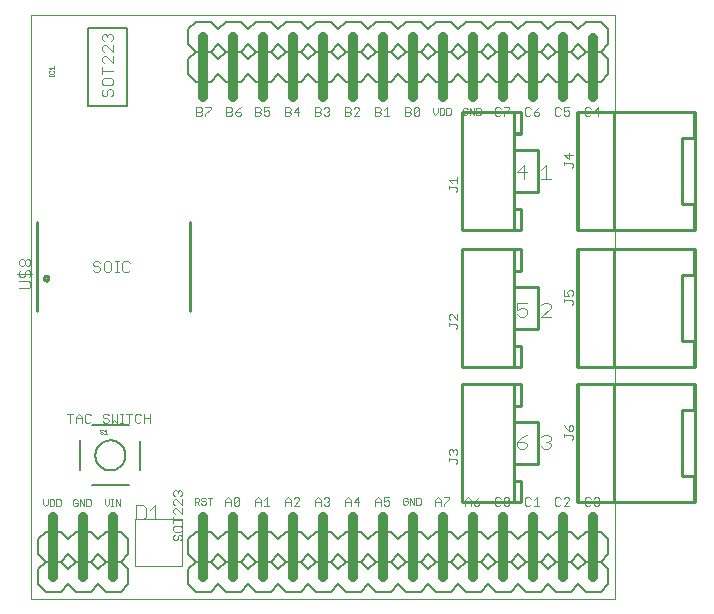
<source format=gto>
G75*
G70*
%OFA0B0*%
%FSLAX24Y24*%
%IPPOS*%
%LPD*%
%AMOC8*
5,1,8,0,0,1.08239X$1,22.5*
%
%ADD10C,0.0000*%
%ADD11C,0.0320*%
%ADD12C,0.0030*%
%ADD13C,0.0020*%
%ADD14C,0.0040*%
%ADD15C,0.0080*%
%ADD16C,0.0100*%
%ADD17C,0.0010*%
%ADD18C,0.0050*%
D10*
X000645Y000806D02*
X000645Y020301D01*
X020130Y020291D01*
X020130Y000806D01*
X000645Y000806D01*
D11*
X001395Y001556D02*
X001395Y003556D01*
X002395Y003556D02*
X002395Y001556D01*
X003395Y001556D02*
X003395Y003556D01*
X006395Y003556D02*
X006395Y001556D01*
X007395Y001556D02*
X007395Y003556D01*
X008395Y003556D02*
X008395Y001556D01*
X009395Y001556D02*
X009395Y003556D01*
X010395Y003556D02*
X010395Y001556D01*
X011395Y001556D02*
X011395Y003556D01*
X012395Y003556D02*
X012395Y001556D01*
X013395Y001556D02*
X013395Y003556D01*
X014395Y003556D02*
X014395Y001556D01*
X015395Y001556D02*
X015395Y003556D01*
X016395Y003556D02*
X016395Y001556D01*
X017395Y001556D02*
X017395Y003556D01*
X018395Y003556D02*
X018395Y001556D01*
X019395Y001556D02*
X019395Y003556D01*
X019395Y017556D02*
X019395Y019506D01*
X018395Y019556D02*
X018395Y017556D01*
X017395Y017556D02*
X017395Y019556D01*
X016395Y019556D02*
X016395Y017556D01*
X015395Y017556D02*
X015395Y019556D01*
X014395Y019556D02*
X014395Y017556D01*
X013395Y017556D02*
X013395Y019556D01*
X012395Y019556D02*
X012395Y017556D01*
X011395Y017556D02*
X011395Y019556D01*
X010395Y019556D02*
X010395Y017556D01*
X009395Y017556D02*
X009395Y019556D01*
X008395Y019556D02*
X008395Y017556D01*
X007395Y017556D02*
X007395Y019556D01*
X006395Y019556D02*
X006395Y017556D01*
D12*
X006455Y017212D02*
X006648Y017212D01*
X006648Y017163D01*
X006455Y016970D01*
X006455Y016921D01*
X006354Y016970D02*
X006305Y016921D01*
X006160Y016921D01*
X006160Y017212D01*
X006305Y017212D01*
X006354Y017163D01*
X006354Y017115D01*
X006305Y017066D01*
X006160Y017066D01*
X006305Y017066D02*
X006354Y017018D01*
X006354Y016970D01*
X007160Y016921D02*
X007305Y016921D01*
X007354Y016970D01*
X007354Y017018D01*
X007305Y017066D01*
X007160Y017066D01*
X007160Y016921D02*
X007160Y017212D01*
X007305Y017212D01*
X007354Y017163D01*
X007354Y017115D01*
X007305Y017066D01*
X007455Y017066D02*
X007551Y017163D01*
X007648Y017212D01*
X007600Y017066D02*
X007455Y017066D01*
X007455Y016970D01*
X007503Y016921D01*
X007600Y016921D01*
X007648Y016970D01*
X007648Y017018D01*
X007600Y017066D01*
X008110Y017066D02*
X008255Y017066D01*
X008304Y017018D01*
X008304Y016970D01*
X008255Y016921D01*
X008110Y016921D01*
X008110Y017212D01*
X008255Y017212D01*
X008304Y017163D01*
X008304Y017115D01*
X008255Y017066D01*
X008405Y017066D02*
X008405Y017212D01*
X008598Y017212D01*
X008550Y017115D02*
X008598Y017066D01*
X008598Y016970D01*
X008550Y016921D01*
X008453Y016921D01*
X008405Y016970D01*
X008405Y017066D02*
X008501Y017115D01*
X008550Y017115D01*
X009110Y017066D02*
X009255Y017066D01*
X009304Y017018D01*
X009304Y016970D01*
X009255Y016921D01*
X009110Y016921D01*
X009110Y017212D01*
X009255Y017212D01*
X009304Y017163D01*
X009304Y017115D01*
X009255Y017066D01*
X009405Y017066D02*
X009598Y017066D01*
X009550Y016921D02*
X009550Y017212D01*
X009405Y017066D01*
X010110Y017066D02*
X010255Y017066D01*
X010304Y017018D01*
X010304Y016970D01*
X010255Y016921D01*
X010110Y016921D01*
X010110Y017212D01*
X010255Y017212D01*
X010304Y017163D01*
X010304Y017115D01*
X010255Y017066D01*
X010405Y016970D02*
X010453Y016921D01*
X010550Y016921D01*
X010598Y016970D01*
X010598Y017018D01*
X010550Y017066D01*
X010501Y017066D01*
X010550Y017066D02*
X010598Y017115D01*
X010598Y017163D01*
X010550Y017212D01*
X010453Y017212D01*
X010405Y017163D01*
X011110Y017212D02*
X011110Y016921D01*
X011255Y016921D01*
X011304Y016970D01*
X011304Y017018D01*
X011255Y017066D01*
X011110Y017066D01*
X011255Y017066D02*
X011304Y017115D01*
X011304Y017163D01*
X011255Y017212D01*
X011110Y017212D01*
X011405Y017163D02*
X011453Y017212D01*
X011550Y017212D01*
X011598Y017163D01*
X011598Y017115D01*
X011405Y016921D01*
X011598Y016921D01*
X012110Y016921D02*
X012255Y016921D01*
X012304Y016970D01*
X012304Y017018D01*
X012255Y017066D01*
X012110Y017066D01*
X012110Y016921D02*
X012110Y017212D01*
X012255Y017212D01*
X012304Y017163D01*
X012304Y017115D01*
X012255Y017066D01*
X012405Y017115D02*
X012501Y017212D01*
X012501Y016921D01*
X012405Y016921D02*
X012598Y016921D01*
X013110Y016921D02*
X013255Y016921D01*
X013304Y016970D01*
X013304Y017018D01*
X013255Y017066D01*
X013110Y017066D01*
X013110Y016921D02*
X013110Y017212D01*
X013255Y017212D01*
X013304Y017163D01*
X013304Y017115D01*
X013255Y017066D01*
X013405Y016970D02*
X013405Y017163D01*
X013453Y017212D01*
X013550Y017212D01*
X013598Y017163D01*
X013405Y016970D01*
X013453Y016921D01*
X013550Y016921D01*
X013598Y016970D01*
X013598Y017163D01*
X016110Y017163D02*
X016110Y016970D01*
X016158Y016921D01*
X016255Y016921D01*
X016304Y016970D01*
X016405Y016970D02*
X016405Y016921D01*
X016405Y016970D02*
X016598Y017163D01*
X016598Y017212D01*
X016405Y017212D01*
X016304Y017163D02*
X016255Y017212D01*
X016158Y017212D01*
X016110Y017163D01*
X017110Y017163D02*
X017110Y016970D01*
X017158Y016921D01*
X017255Y016921D01*
X017304Y016970D01*
X017405Y016970D02*
X017453Y016921D01*
X017550Y016921D01*
X017598Y016970D01*
X017598Y017018D01*
X017550Y017066D01*
X017405Y017066D01*
X017405Y016970D01*
X017405Y017066D02*
X017501Y017163D01*
X017598Y017212D01*
X017304Y017163D02*
X017255Y017212D01*
X017158Y017212D01*
X017110Y017163D01*
X018110Y017163D02*
X018110Y016970D01*
X018158Y016921D01*
X018255Y016921D01*
X018304Y016970D01*
X018405Y016970D02*
X018453Y016921D01*
X018550Y016921D01*
X018598Y016970D01*
X018598Y017066D01*
X018550Y017115D01*
X018501Y017115D01*
X018405Y017066D01*
X018405Y017212D01*
X018598Y017212D01*
X018304Y017163D02*
X018255Y017212D01*
X018158Y017212D01*
X018110Y017163D01*
X019110Y017163D02*
X019110Y016970D01*
X019158Y016921D01*
X019255Y016921D01*
X019304Y016970D01*
X019405Y017066D02*
X019598Y017066D01*
X019550Y016921D02*
X019550Y017212D01*
X019405Y017066D01*
X019304Y017163D02*
X019255Y017212D01*
X019158Y017212D01*
X019110Y017163D01*
X018574Y015684D02*
X018574Y015490D01*
X018429Y015635D01*
X018719Y015635D01*
X018671Y015341D02*
X018429Y015341D01*
X018429Y015389D02*
X018429Y015292D01*
X018671Y015341D02*
X018719Y015292D01*
X018719Y015244D01*
X018671Y015196D01*
X014864Y014886D02*
X014864Y014692D01*
X014864Y014789D02*
X014574Y014789D01*
X014670Y014692D01*
X014574Y014591D02*
X014574Y014494D01*
X014574Y014543D02*
X014816Y014543D01*
X014864Y014494D01*
X014864Y014446D01*
X014816Y014398D01*
X018429Y011114D02*
X018429Y010920D01*
X018574Y010920D01*
X018525Y011017D01*
X018525Y011065D01*
X018574Y011114D01*
X018671Y011114D01*
X018719Y011065D01*
X018719Y010969D01*
X018671Y010920D01*
X018671Y010771D02*
X018429Y010771D01*
X018429Y010819D02*
X018429Y010722D01*
X018671Y010771D02*
X018719Y010722D01*
X018719Y010674D01*
X018671Y010626D01*
X014864Y010316D02*
X014864Y010122D01*
X014670Y010316D01*
X014622Y010316D01*
X014574Y010267D01*
X014574Y010171D01*
X014622Y010122D01*
X014574Y010021D02*
X014574Y009924D01*
X014574Y009973D02*
X014816Y009973D01*
X014864Y009924D01*
X014864Y009876D01*
X014816Y009828D01*
X018429Y006614D02*
X018477Y006517D01*
X018574Y006420D01*
X018574Y006565D01*
X018622Y006614D01*
X018671Y006614D01*
X018719Y006565D01*
X018719Y006469D01*
X018671Y006420D01*
X018574Y006420D01*
X018429Y006319D02*
X018429Y006222D01*
X018429Y006271D02*
X018671Y006271D01*
X018719Y006222D01*
X018719Y006174D01*
X018671Y006126D01*
X018550Y004212D02*
X018453Y004212D01*
X018405Y004163D01*
X018304Y004163D02*
X018255Y004212D01*
X018158Y004212D01*
X018110Y004163D01*
X018110Y003970D01*
X018158Y003921D01*
X018255Y003921D01*
X018304Y003970D01*
X018405Y003921D02*
X018598Y004115D01*
X018598Y004163D01*
X018550Y004212D01*
X018598Y003921D02*
X018405Y003921D01*
X019110Y003970D02*
X019158Y003921D01*
X019255Y003921D01*
X019304Y003970D01*
X019405Y003970D02*
X019453Y003921D01*
X019550Y003921D01*
X019598Y003970D01*
X019598Y004018D01*
X019550Y004066D01*
X019501Y004066D01*
X019550Y004066D02*
X019598Y004115D01*
X019598Y004163D01*
X019550Y004212D01*
X019453Y004212D01*
X019405Y004163D01*
X019304Y004163D02*
X019255Y004212D01*
X019158Y004212D01*
X019110Y004163D01*
X019110Y003970D01*
X017598Y003921D02*
X017405Y003921D01*
X017501Y003921D02*
X017501Y004212D01*
X017405Y004115D01*
X017304Y004163D02*
X017255Y004212D01*
X017158Y004212D01*
X017110Y004163D01*
X017110Y003970D01*
X017158Y003921D01*
X017255Y003921D01*
X017304Y003970D01*
X016598Y003970D02*
X016550Y003921D01*
X016453Y003921D01*
X016405Y003970D01*
X016598Y004163D01*
X016598Y003970D01*
X016598Y004163D02*
X016550Y004212D01*
X016453Y004212D01*
X016405Y004163D01*
X016405Y003970D01*
X016304Y003970D02*
X016255Y003921D01*
X016158Y003921D01*
X016110Y003970D01*
X016110Y004163D01*
X016158Y004212D01*
X016255Y004212D01*
X016304Y004163D01*
X015598Y004212D02*
X015501Y004163D01*
X015405Y004066D01*
X015550Y004066D01*
X015598Y004018D01*
X015598Y003970D01*
X015550Y003921D01*
X015453Y003921D01*
X015405Y003970D01*
X015405Y004066D01*
X015304Y004066D02*
X015110Y004066D01*
X015110Y004115D02*
X015207Y004212D01*
X015304Y004115D01*
X015304Y003921D01*
X015110Y003921D02*
X015110Y004115D01*
X014598Y004163D02*
X014405Y003970D01*
X014405Y003921D01*
X014304Y003921D02*
X014304Y004115D01*
X014207Y004212D01*
X014110Y004115D01*
X014110Y003921D01*
X014110Y004066D02*
X014304Y004066D01*
X014405Y004212D02*
X014598Y004212D01*
X014598Y004163D01*
X014816Y005328D02*
X014864Y005376D01*
X014864Y005424D01*
X014816Y005473D01*
X014574Y005473D01*
X014574Y005521D02*
X014574Y005424D01*
X014622Y005622D02*
X014574Y005671D01*
X014574Y005767D01*
X014622Y005816D01*
X014670Y005816D01*
X014719Y005767D01*
X014767Y005816D01*
X014816Y005816D01*
X014864Y005767D01*
X014864Y005671D01*
X014816Y005622D01*
X014719Y005719D02*
X014719Y005767D01*
X012598Y004212D02*
X012405Y004212D01*
X012405Y004066D01*
X012501Y004115D01*
X012550Y004115D01*
X012598Y004066D01*
X012598Y003970D01*
X012550Y003921D01*
X012453Y003921D01*
X012405Y003970D01*
X012304Y003921D02*
X012304Y004115D01*
X012207Y004212D01*
X012110Y004115D01*
X012110Y003921D01*
X012110Y004066D02*
X012304Y004066D01*
X011598Y004066D02*
X011405Y004066D01*
X011550Y004212D01*
X011550Y003921D01*
X011304Y003921D02*
X011304Y004115D01*
X011207Y004212D01*
X011110Y004115D01*
X011110Y003921D01*
X011110Y004066D02*
X011304Y004066D01*
X010598Y004018D02*
X010598Y003970D01*
X010550Y003921D01*
X010453Y003921D01*
X010405Y003970D01*
X010304Y003921D02*
X010304Y004115D01*
X010207Y004212D01*
X010110Y004115D01*
X010110Y003921D01*
X010110Y004066D02*
X010304Y004066D01*
X010405Y004163D02*
X010453Y004212D01*
X010550Y004212D01*
X010598Y004163D01*
X010598Y004115D01*
X010550Y004066D01*
X010598Y004018D01*
X010550Y004066D02*
X010501Y004066D01*
X009598Y004115D02*
X009598Y004163D01*
X009550Y004212D01*
X009453Y004212D01*
X009405Y004163D01*
X009304Y004115D02*
X009304Y003921D01*
X009405Y003921D02*
X009598Y004115D01*
X009598Y003921D02*
X009405Y003921D01*
X009304Y004066D02*
X009110Y004066D01*
X009110Y004115D02*
X009207Y004212D01*
X009304Y004115D01*
X009110Y004115D02*
X009110Y003921D01*
X008598Y003921D02*
X008405Y003921D01*
X008501Y003921D02*
X008501Y004212D01*
X008405Y004115D01*
X008304Y004115D02*
X008304Y003921D01*
X008304Y004066D02*
X008110Y004066D01*
X008110Y004115D02*
X008207Y004212D01*
X008304Y004115D01*
X008110Y004115D02*
X008110Y003921D01*
X007598Y003970D02*
X007550Y003921D01*
X007453Y003921D01*
X007405Y003970D01*
X007598Y004163D01*
X007598Y003970D01*
X007598Y004163D02*
X007550Y004212D01*
X007453Y004212D01*
X007405Y004163D01*
X007405Y003970D01*
X007304Y003921D02*
X007304Y004115D01*
X007207Y004212D01*
X007110Y004115D01*
X007110Y003921D01*
X007110Y004066D02*
X007304Y004066D01*
X005680Y004143D02*
X005680Y003950D01*
X005487Y004143D01*
X005438Y004143D01*
X005390Y004095D01*
X005390Y003998D01*
X005438Y003950D01*
X005438Y003849D02*
X005390Y003800D01*
X005390Y003704D01*
X005438Y003655D01*
X005390Y003554D02*
X005390Y003361D01*
X005390Y003457D02*
X005680Y003457D01*
X005680Y003655D02*
X005487Y003849D01*
X005438Y003849D01*
X005680Y003849D02*
X005680Y003655D01*
X005632Y003259D02*
X005438Y003259D01*
X005390Y003211D01*
X005390Y003114D01*
X005438Y003066D01*
X005632Y003066D01*
X005680Y003114D01*
X005680Y003211D01*
X005632Y003259D01*
X005632Y002965D02*
X005680Y002916D01*
X005680Y002820D01*
X005632Y002771D01*
X005535Y002820D02*
X005535Y002916D01*
X005583Y002965D01*
X005632Y002965D01*
X005535Y002820D02*
X005487Y002771D01*
X005438Y002771D01*
X005390Y002820D01*
X005390Y002916D01*
X005438Y002965D01*
X005438Y004245D02*
X005390Y004293D01*
X005390Y004390D01*
X005438Y004438D01*
X005487Y004438D01*
X005535Y004390D01*
X005583Y004438D01*
X005632Y004438D01*
X005680Y004390D01*
X005680Y004293D01*
X005632Y004245D01*
X005535Y004341D02*
X005535Y004390D01*
X004609Y006701D02*
X004609Y006992D01*
X004609Y006846D02*
X004415Y006846D01*
X004314Y006750D02*
X004266Y006701D01*
X004169Y006701D01*
X004121Y006750D01*
X004121Y006943D01*
X004169Y006992D01*
X004266Y006992D01*
X004314Y006943D01*
X004415Y006992D02*
X004415Y006701D01*
X004020Y006992D02*
X003826Y006992D01*
X003923Y006992D02*
X003923Y006701D01*
X003726Y006701D02*
X003630Y006701D01*
X003678Y006701D02*
X003678Y006992D01*
X003630Y006992D02*
X003726Y006992D01*
X003528Y006992D02*
X003528Y006701D01*
X003432Y006798D01*
X003335Y006701D01*
X003335Y006992D01*
X003234Y006943D02*
X003185Y006992D01*
X003089Y006992D01*
X003040Y006943D01*
X003040Y006895D01*
X003089Y006846D01*
X003185Y006846D01*
X003234Y006798D01*
X003234Y006750D01*
X003185Y006701D01*
X003089Y006701D01*
X003040Y006750D01*
X002645Y006750D02*
X002596Y006701D01*
X002499Y006701D01*
X002451Y006750D01*
X002451Y006943D01*
X002499Y006992D01*
X002596Y006992D01*
X002645Y006943D01*
X002350Y006895D02*
X002350Y006701D01*
X002350Y006846D02*
X002156Y006846D01*
X002156Y006895D02*
X002253Y006992D01*
X002350Y006895D01*
X002156Y006895D02*
X002156Y006701D01*
X001959Y006701D02*
X001959Y006992D01*
X002055Y006992D02*
X001862Y006992D01*
X000568Y011171D02*
X000260Y011171D01*
X000568Y011171D02*
X000630Y011233D01*
X000630Y011356D01*
X000568Y011418D01*
X000260Y011418D01*
X000321Y011540D02*
X000260Y011601D01*
X000260Y011725D01*
X000321Y011786D01*
X000321Y011908D02*
X000383Y011908D01*
X000445Y011970D01*
X000445Y012093D01*
X000507Y012155D01*
X000568Y012155D01*
X000630Y012093D01*
X000630Y011970D01*
X000568Y011908D01*
X000507Y011908D01*
X000445Y011970D01*
X000445Y012093D02*
X000383Y012155D01*
X000321Y012155D01*
X000260Y012093D01*
X000260Y011970D01*
X000321Y011908D01*
X000445Y011725D02*
X000445Y011601D01*
X000383Y011540D01*
X000321Y011540D01*
X000198Y011663D02*
X000692Y011663D01*
X000630Y011601D02*
X000630Y011725D01*
X000568Y011786D01*
X000507Y011786D01*
X000445Y011725D01*
X000568Y011540D02*
X000630Y011601D01*
X002710Y011783D02*
X002772Y011721D01*
X002895Y011721D01*
X002957Y011783D01*
X002957Y011845D01*
X002895Y011906D01*
X002772Y011906D01*
X002710Y011968D01*
X002710Y012030D01*
X002772Y012092D01*
X002895Y012092D01*
X002957Y012030D01*
X003078Y012030D02*
X003078Y011783D01*
X003140Y011721D01*
X003264Y011721D01*
X003325Y011783D01*
X003325Y012030D01*
X003264Y012092D01*
X003140Y012092D01*
X003078Y012030D01*
X003447Y012092D02*
X003570Y012092D01*
X003508Y012092D02*
X003508Y011721D01*
X003447Y011721D02*
X003570Y011721D01*
X003692Y011783D02*
X003692Y012030D01*
X003754Y012092D01*
X003877Y012092D01*
X003939Y012030D01*
X003939Y011783D02*
X003877Y011721D01*
X003754Y011721D01*
X003692Y011783D01*
X003318Y017571D02*
X003380Y017633D01*
X003380Y017756D01*
X003318Y017818D01*
X003257Y017818D01*
X003195Y017756D01*
X003195Y017633D01*
X003133Y017571D01*
X003071Y017571D01*
X003010Y017633D01*
X003010Y017756D01*
X003071Y017818D01*
X003071Y017940D02*
X003318Y017940D01*
X003380Y018001D01*
X003380Y018125D01*
X003318Y018186D01*
X003071Y018186D01*
X003010Y018125D01*
X003010Y018001D01*
X003071Y017940D01*
X003010Y018308D02*
X003010Y018555D01*
X003010Y018431D02*
X003380Y018431D01*
X003380Y018676D02*
X003133Y018923D01*
X003071Y018923D01*
X003010Y018861D01*
X003010Y018738D01*
X003071Y018676D01*
X003380Y018676D02*
X003380Y018923D01*
X003380Y019045D02*
X003133Y019291D01*
X003071Y019291D01*
X003010Y019230D01*
X003010Y019106D01*
X003071Y019045D01*
X003380Y019045D02*
X003380Y019291D01*
X003318Y019413D02*
X003380Y019475D01*
X003380Y019598D01*
X003318Y019660D01*
X003257Y019660D01*
X003195Y019598D01*
X003195Y019536D01*
X003195Y019598D02*
X003133Y019660D01*
X003071Y019660D01*
X003010Y019598D01*
X003010Y019475D01*
X003071Y019413D01*
D13*
X014055Y017186D02*
X014055Y017040D01*
X014128Y016966D01*
X014202Y017040D01*
X014202Y017186D01*
X014276Y017186D02*
X014276Y016966D01*
X014386Y016966D01*
X014423Y017003D01*
X014423Y017150D01*
X014386Y017186D01*
X014276Y017186D01*
X014497Y017186D02*
X014497Y016966D01*
X014607Y016966D01*
X014644Y017003D01*
X014644Y017150D01*
X014607Y017186D01*
X014497Y017186D01*
X015055Y017150D02*
X015055Y017003D01*
X015092Y016966D01*
X015165Y016966D01*
X015202Y017003D01*
X015202Y017076D01*
X015128Y017076D01*
X015055Y017150D02*
X015092Y017186D01*
X015165Y017186D01*
X015202Y017150D01*
X015276Y017186D02*
X015423Y016966D01*
X015423Y017186D01*
X015497Y017186D02*
X015607Y017186D01*
X015644Y017150D01*
X015644Y017003D01*
X015607Y016966D01*
X015497Y016966D01*
X015497Y017186D01*
X015276Y017186D02*
X015276Y016966D01*
X013607Y004186D02*
X013497Y004186D01*
X013497Y003966D01*
X013607Y003966D01*
X013644Y004003D01*
X013644Y004150D01*
X013607Y004186D01*
X013423Y004186D02*
X013423Y003966D01*
X013276Y004186D01*
X013276Y003966D01*
X013202Y004003D02*
X013202Y004076D01*
X013128Y004076D01*
X013055Y004003D02*
X013092Y003966D01*
X013165Y003966D01*
X013202Y004003D01*
X013202Y004150D02*
X013165Y004186D01*
X013092Y004186D01*
X013055Y004150D01*
X013055Y004003D01*
X006694Y004186D02*
X006547Y004186D01*
X006620Y004186D02*
X006620Y003966D01*
X006473Y004003D02*
X006436Y003966D01*
X006363Y003966D01*
X006326Y004003D01*
X006363Y004076D02*
X006436Y004076D01*
X006473Y004040D01*
X006473Y004003D01*
X006363Y004076D02*
X006326Y004113D01*
X006326Y004150D01*
X006363Y004186D01*
X006436Y004186D01*
X006473Y004150D01*
X006252Y004150D02*
X006252Y004076D01*
X006215Y004040D01*
X006105Y004040D01*
X006178Y004040D02*
X006252Y003966D01*
X006105Y003966D02*
X006105Y004186D01*
X006215Y004186D01*
X006252Y004150D01*
X005672Y003487D02*
X005672Y001926D01*
X004118Y001926D01*
X004118Y003487D01*
X005672Y003487D01*
X003620Y003916D02*
X003620Y004136D01*
X003473Y004136D02*
X003620Y003916D01*
X003473Y003916D02*
X003473Y004136D01*
X003399Y004136D02*
X003326Y004136D01*
X003363Y004136D02*
X003363Y003916D01*
X003399Y003916D02*
X003326Y003916D01*
X003252Y003990D02*
X003252Y004136D01*
X003252Y003990D02*
X003178Y003916D01*
X003105Y003990D01*
X003105Y004136D01*
X002644Y004100D02*
X002644Y003953D01*
X002607Y003916D01*
X002497Y003916D01*
X002497Y004136D01*
X002607Y004136D01*
X002644Y004100D01*
X002423Y004136D02*
X002423Y003916D01*
X002276Y004136D01*
X002276Y003916D01*
X002202Y003953D02*
X002202Y004026D01*
X002128Y004026D01*
X002055Y003953D02*
X002092Y003916D01*
X002165Y003916D01*
X002202Y003953D01*
X002202Y004100D02*
X002165Y004136D01*
X002092Y004136D01*
X002055Y004100D01*
X002055Y003953D01*
X001644Y003953D02*
X001644Y004100D01*
X001607Y004136D01*
X001497Y004136D01*
X001497Y003916D01*
X001607Y003916D01*
X001644Y003953D01*
X001423Y003953D02*
X001423Y004100D01*
X001386Y004136D01*
X001276Y004136D01*
X001276Y003916D01*
X001386Y003916D01*
X001423Y003953D01*
X001202Y003990D02*
X001202Y004136D01*
X001202Y003990D02*
X001128Y003916D01*
X001055Y003990D01*
X001055Y004136D01*
D14*
X004165Y003937D02*
X004165Y003476D01*
X004395Y003476D01*
X004472Y003553D01*
X004472Y003860D01*
X004395Y003937D01*
X004165Y003937D01*
X004625Y003783D02*
X004779Y003937D01*
X004779Y003476D01*
X004932Y003476D02*
X004625Y003476D01*
X016865Y005903D02*
X016942Y005826D01*
X017095Y005826D01*
X017172Y005903D01*
X017172Y005980D01*
X017095Y006056D01*
X016865Y006056D01*
X016865Y005903D01*
X016865Y006056D02*
X017018Y006210D01*
X017172Y006287D01*
X017665Y006210D02*
X017742Y006287D01*
X017895Y006287D01*
X017972Y006210D01*
X017972Y006133D01*
X017895Y006056D01*
X017972Y005980D01*
X017972Y005903D01*
X017895Y005826D01*
X017742Y005826D01*
X017665Y005903D01*
X017818Y006056D02*
X017895Y006056D01*
X017972Y010226D02*
X017665Y010226D01*
X017972Y010533D01*
X017972Y010610D01*
X017895Y010687D01*
X017742Y010687D01*
X017665Y010610D01*
X017172Y010687D02*
X016865Y010687D01*
X016865Y010456D01*
X017018Y010533D01*
X017095Y010533D01*
X017172Y010456D01*
X017172Y010303D01*
X017095Y010226D01*
X016942Y010226D01*
X016865Y010303D01*
X017095Y014826D02*
X017095Y015287D01*
X016865Y015056D01*
X017172Y015056D01*
X017665Y015133D02*
X017818Y015287D01*
X017818Y014826D01*
X017665Y014826D02*
X017972Y014826D01*
D15*
X018145Y018056D02*
X017895Y018306D01*
X017645Y018056D01*
X017145Y018056D01*
X016895Y018306D01*
X016645Y018056D01*
X016145Y018056D01*
X015895Y018306D01*
X015645Y018056D01*
X015145Y018056D01*
X014895Y018306D01*
X014645Y018056D01*
X014145Y018056D01*
X013895Y018306D01*
X013645Y018056D01*
X013145Y018056D01*
X012895Y018306D01*
X012645Y018056D01*
X012145Y018056D01*
X011895Y018306D01*
X011645Y018056D01*
X011145Y018056D01*
X010895Y018306D01*
X010645Y018056D01*
X010145Y018056D01*
X009895Y018306D01*
X009645Y018056D01*
X009145Y018056D01*
X008895Y018306D01*
X008645Y018056D01*
X008145Y018056D01*
X007895Y018306D01*
X007645Y018056D01*
X007145Y018056D01*
X006895Y018306D01*
X006645Y018056D01*
X006145Y018056D01*
X005895Y018306D01*
X005895Y018806D01*
X006145Y019056D01*
X006645Y019056D01*
X006895Y018806D01*
X007145Y019056D01*
X007645Y019056D01*
X007895Y018806D01*
X008145Y019056D01*
X008645Y019056D01*
X008895Y018806D01*
X009145Y019056D01*
X009645Y019056D01*
X009895Y018806D01*
X010145Y019056D01*
X010645Y019056D01*
X010895Y018806D01*
X011145Y019056D01*
X011645Y019056D01*
X011895Y018806D01*
X012145Y019056D01*
X012645Y019056D01*
X012895Y018806D01*
X013145Y019056D01*
X013645Y019056D01*
X013895Y018806D01*
X014145Y019056D01*
X014645Y019056D01*
X014895Y018806D01*
X015145Y019056D01*
X015645Y019056D01*
X015895Y018806D01*
X016145Y019056D01*
X016645Y019056D01*
X016895Y018806D01*
X017145Y019056D01*
X017645Y019056D01*
X017895Y018806D01*
X018145Y019056D01*
X018645Y019056D01*
X018895Y018806D01*
X019145Y019056D01*
X019645Y019056D01*
X019895Y018806D01*
X019895Y018306D01*
X019645Y018056D01*
X019145Y018056D01*
X018895Y018306D01*
X018645Y018056D01*
X018145Y018056D01*
X018145Y019056D02*
X017895Y019306D01*
X017645Y019056D01*
X017145Y019056D01*
X016895Y019306D01*
X016645Y019056D01*
X016145Y019056D01*
X015895Y019306D01*
X015645Y019056D01*
X015145Y019056D01*
X014895Y019306D01*
X014645Y019056D01*
X014145Y019056D01*
X013895Y019306D01*
X013645Y019056D01*
X013145Y019056D01*
X012895Y019306D01*
X012645Y019056D01*
X012145Y019056D01*
X011895Y019306D01*
X011645Y019056D01*
X011145Y019056D01*
X010895Y019306D01*
X010645Y019056D01*
X010145Y019056D01*
X009895Y019306D01*
X009645Y019056D01*
X009145Y019056D01*
X008895Y019306D01*
X008645Y019056D01*
X008145Y019056D01*
X007895Y019306D01*
X007645Y019056D01*
X007145Y019056D01*
X006895Y019306D01*
X006645Y019056D01*
X006145Y019056D01*
X005895Y019306D01*
X005895Y019806D01*
X006145Y020056D01*
X006645Y020056D01*
X006895Y019806D01*
X007145Y020056D01*
X007645Y020056D01*
X007895Y019806D01*
X008145Y020056D01*
X008645Y020056D01*
X008895Y019806D01*
X009145Y020056D01*
X009645Y020056D01*
X009895Y019806D01*
X010145Y020056D01*
X010645Y020056D01*
X010895Y019806D01*
X011145Y020056D01*
X011645Y020056D01*
X011895Y019806D01*
X012145Y020056D01*
X012645Y020056D01*
X012895Y019806D01*
X013145Y020056D01*
X013645Y020056D01*
X013895Y019806D01*
X014145Y020056D01*
X014645Y020056D01*
X014895Y019806D01*
X015145Y020056D01*
X015645Y020056D01*
X015895Y019806D01*
X016145Y020056D01*
X016645Y020056D01*
X016895Y019806D01*
X017145Y020056D01*
X017645Y020056D01*
X017895Y019806D01*
X018145Y020056D01*
X018645Y020056D01*
X018895Y019806D01*
X019145Y020056D01*
X019645Y020056D01*
X019895Y019806D01*
X019895Y019306D01*
X019645Y019056D01*
X019145Y019056D01*
X018895Y019306D01*
X018645Y019056D01*
X018145Y019056D01*
X003901Y006606D02*
X002689Y006606D01*
X002295Y006106D02*
X002295Y005118D01*
X002689Y004606D02*
X003901Y004606D01*
X004295Y005118D02*
X004295Y006094D01*
X002795Y005606D02*
X002797Y005650D01*
X002803Y005694D01*
X002813Y005737D01*
X002826Y005779D01*
X002843Y005820D01*
X002864Y005859D01*
X002888Y005896D01*
X002915Y005931D01*
X002945Y005963D01*
X002978Y005993D01*
X003014Y006019D01*
X003051Y006043D01*
X003091Y006062D01*
X003132Y006079D01*
X003175Y006091D01*
X003218Y006100D01*
X003262Y006105D01*
X003306Y006106D01*
X003350Y006103D01*
X003394Y006096D01*
X003437Y006085D01*
X003479Y006071D01*
X003519Y006053D01*
X003558Y006031D01*
X003594Y006007D01*
X003628Y005979D01*
X003660Y005948D01*
X003689Y005914D01*
X003715Y005878D01*
X003737Y005840D01*
X003756Y005800D01*
X003771Y005758D01*
X003783Y005716D01*
X003791Y005672D01*
X003795Y005628D01*
X003795Y005584D01*
X003791Y005540D01*
X003783Y005496D01*
X003771Y005454D01*
X003756Y005412D01*
X003737Y005372D01*
X003715Y005334D01*
X003689Y005298D01*
X003660Y005264D01*
X003628Y005233D01*
X003594Y005205D01*
X003558Y005181D01*
X003519Y005159D01*
X003479Y005141D01*
X003437Y005127D01*
X003394Y005116D01*
X003350Y005109D01*
X003306Y005106D01*
X003262Y005107D01*
X003218Y005112D01*
X003175Y005121D01*
X003132Y005133D01*
X003091Y005150D01*
X003051Y005169D01*
X003014Y005193D01*
X002978Y005219D01*
X002945Y005249D01*
X002915Y005281D01*
X002888Y005316D01*
X002864Y005353D01*
X002843Y005392D01*
X002826Y005433D01*
X002813Y005475D01*
X002803Y005518D01*
X002797Y005562D01*
X002795Y005606D01*
X002645Y003056D02*
X002145Y003056D01*
X001895Y002806D01*
X001645Y003056D01*
X001145Y003056D01*
X000895Y002806D01*
X000895Y002306D01*
X001145Y002056D01*
X001645Y002056D01*
X001895Y002306D01*
X002145Y002056D01*
X002645Y002056D01*
X002895Y002306D01*
X003145Y002056D01*
X003645Y002056D01*
X003895Y002306D01*
X003895Y002806D01*
X003645Y003056D01*
X003145Y003056D01*
X002895Y002806D01*
X002645Y003056D01*
X002645Y002056D02*
X002145Y002056D01*
X001895Y001806D01*
X001645Y002056D01*
X001145Y002056D01*
X000895Y001806D01*
X000895Y001306D01*
X001145Y001056D01*
X001645Y001056D01*
X001895Y001306D01*
X002145Y001056D01*
X002645Y001056D01*
X002895Y001306D01*
X003145Y001056D01*
X003645Y001056D01*
X003895Y001306D01*
X003895Y001806D01*
X003645Y002056D01*
X003145Y002056D01*
X002895Y001806D01*
X002645Y002056D01*
X005895Y001806D02*
X005895Y001306D01*
X006145Y001056D01*
X006645Y001056D01*
X006895Y001306D01*
X007145Y001056D01*
X007645Y001056D01*
X007895Y001306D01*
X008145Y001056D01*
X008645Y001056D01*
X008895Y001306D01*
X009145Y001056D01*
X009645Y001056D01*
X009895Y001306D01*
X010145Y001056D01*
X010645Y001056D01*
X010895Y001306D01*
X011145Y001056D01*
X011645Y001056D01*
X011895Y001306D01*
X012145Y001056D01*
X012645Y001056D01*
X012895Y001306D01*
X013145Y001056D01*
X013645Y001056D01*
X013895Y001306D01*
X014145Y001056D01*
X014645Y001056D01*
X014895Y001306D01*
X015145Y001056D01*
X015645Y001056D01*
X015895Y001306D01*
X016145Y001056D01*
X016645Y001056D01*
X016895Y001306D01*
X017145Y001056D01*
X017645Y001056D01*
X017895Y001306D01*
X018145Y001056D01*
X018645Y001056D01*
X018895Y001306D01*
X019145Y001056D01*
X019645Y001056D01*
X019895Y001306D01*
X019895Y001806D01*
X019645Y002056D01*
X019145Y002056D01*
X018895Y001806D01*
X018645Y002056D01*
X018145Y002056D01*
X017895Y001806D01*
X017645Y002056D01*
X017145Y002056D01*
X016895Y001806D01*
X016645Y002056D01*
X016145Y002056D01*
X015895Y001806D01*
X015645Y002056D01*
X015145Y002056D01*
X014895Y001806D01*
X014645Y002056D01*
X014145Y002056D01*
X013895Y001806D01*
X013645Y002056D01*
X013145Y002056D01*
X012895Y001806D01*
X012645Y002056D01*
X012145Y002056D01*
X011895Y001806D01*
X011645Y002056D01*
X011145Y002056D01*
X010895Y001806D01*
X010645Y002056D01*
X010145Y002056D01*
X009895Y001806D01*
X009645Y002056D01*
X009145Y002056D01*
X008895Y001806D01*
X008645Y002056D01*
X008145Y002056D01*
X007895Y001806D01*
X007645Y002056D01*
X007145Y002056D01*
X006895Y001806D01*
X006645Y002056D01*
X006145Y002056D01*
X005895Y001806D01*
X006145Y002056D02*
X006645Y002056D01*
X006895Y002306D01*
X007145Y002056D01*
X007645Y002056D01*
X007895Y002306D01*
X008145Y002056D01*
X008645Y002056D01*
X008895Y002306D01*
X009145Y002056D01*
X009645Y002056D01*
X009895Y002306D01*
X010145Y002056D01*
X010645Y002056D01*
X010895Y002306D01*
X011145Y002056D01*
X011645Y002056D01*
X011895Y002306D01*
X012145Y002056D01*
X012645Y002056D01*
X012895Y002306D01*
X013145Y002056D01*
X013645Y002056D01*
X013895Y002306D01*
X014145Y002056D01*
X014645Y002056D01*
X014895Y002306D01*
X015145Y002056D01*
X015645Y002056D01*
X015895Y002306D01*
X016145Y002056D01*
X016645Y002056D01*
X016895Y002306D01*
X017145Y002056D01*
X017645Y002056D01*
X017895Y002306D01*
X018145Y002056D01*
X018645Y002056D01*
X018895Y002306D01*
X019145Y002056D01*
X019645Y002056D01*
X019895Y002306D01*
X019895Y002806D01*
X019645Y003056D01*
X019145Y003056D01*
X018895Y002806D01*
X018645Y003056D01*
X018145Y003056D01*
X017895Y002806D01*
X017645Y003056D01*
X017145Y003056D01*
X016895Y002806D01*
X016645Y003056D01*
X016145Y003056D01*
X015895Y002806D01*
X015645Y003056D01*
X015145Y003056D01*
X014895Y002806D01*
X014645Y003056D01*
X014145Y003056D01*
X013895Y002806D01*
X013645Y003056D01*
X013145Y003056D01*
X012895Y002806D01*
X012645Y003056D01*
X012145Y003056D01*
X011895Y002806D01*
X011645Y003056D01*
X011145Y003056D01*
X010895Y002806D01*
X010645Y003056D01*
X010145Y003056D01*
X009895Y002806D01*
X009645Y003056D01*
X009145Y003056D01*
X008895Y002806D01*
X008645Y003056D01*
X008145Y003056D01*
X007895Y002806D01*
X007645Y003056D01*
X007145Y003056D01*
X006895Y002806D01*
X006645Y003056D01*
X006145Y003056D01*
X005895Y002806D01*
X005895Y002306D01*
X006145Y002056D01*
X003845Y017266D02*
X002545Y017266D01*
X002545Y019846D01*
X003845Y019846D01*
X003845Y017266D01*
D16*
X005954Y013383D02*
X005954Y010430D01*
X001072Y011513D02*
X001074Y011531D01*
X001080Y011547D01*
X001089Y011562D01*
X001102Y011575D01*
X001117Y011584D01*
X001133Y011590D01*
X001151Y011592D01*
X001169Y011590D01*
X001185Y011584D01*
X001200Y011575D01*
X001213Y011562D01*
X001222Y011547D01*
X001228Y011531D01*
X001230Y011513D01*
X001228Y011495D01*
X001222Y011479D01*
X001213Y011464D01*
X001200Y011451D01*
X001185Y011442D01*
X001169Y011436D01*
X001151Y011434D01*
X001133Y011436D01*
X001117Y011442D01*
X001102Y011451D01*
X001089Y011464D01*
X001080Y011479D01*
X001074Y011495D01*
X001072Y011513D01*
X000836Y010430D02*
X000836Y013383D01*
X015029Y013108D02*
X016997Y013108D01*
X016997Y013816D01*
X016761Y013816D01*
X016761Y016336D01*
X016997Y016336D01*
X016997Y017045D01*
X015029Y017045D01*
X015029Y013108D01*
X015029Y017045D01*
X016761Y017045D01*
X016997Y017045D01*
X016995Y017026D02*
X016995Y016326D01*
X016745Y016326D01*
X016745Y015776D01*
X017545Y015776D01*
X017545Y014376D01*
X016745Y014376D01*
X016745Y013826D01*
X016995Y013826D01*
X016995Y013126D01*
X016997Y013108D02*
X016761Y013108D01*
X016761Y013816D01*
X016761Y013108D02*
X015029Y013108D01*
X015029Y012475D02*
X016997Y012475D01*
X016761Y012475D01*
X015029Y012475D01*
X015029Y008538D01*
X016997Y008538D01*
X016997Y009246D01*
X016761Y009246D01*
X016761Y011766D01*
X016997Y011766D01*
X016997Y012475D01*
X016995Y012456D02*
X016995Y011756D01*
X016745Y011756D01*
X016745Y011206D01*
X017545Y011206D01*
X017545Y009806D01*
X016745Y009806D01*
X016745Y009256D01*
X016995Y009256D01*
X016995Y008556D01*
X016997Y008538D02*
X016761Y008538D01*
X016761Y009246D01*
X016761Y008538D02*
X015029Y008538D01*
X015029Y012475D01*
X015304Y012475D02*
X016486Y012475D01*
X016761Y012475D02*
X016761Y011766D01*
X018854Y012475D02*
X018854Y008538D01*
X020075Y008538D01*
X020075Y012475D01*
X018854Y012475D01*
X018894Y012475D02*
X022791Y012475D01*
X022791Y008538D01*
X018894Y008538D01*
X018894Y012475D01*
X018894Y013108D02*
X018894Y017045D01*
X022791Y017045D01*
X022791Y013108D01*
X018894Y013108D01*
X018854Y013108D02*
X018854Y017045D01*
X020075Y017045D01*
X020075Y013108D01*
X022752Y013108D01*
X022752Y013974D01*
X022358Y013974D01*
X022358Y016179D01*
X022752Y016179D01*
X022752Y017045D01*
X020075Y017045D01*
X016761Y017045D02*
X016761Y016336D01*
X016486Y017045D02*
X015304Y017045D01*
X018854Y013108D02*
X020075Y013108D01*
X020075Y012475D02*
X022752Y012475D01*
X022752Y011609D01*
X022358Y011609D01*
X022358Y009404D01*
X022752Y009404D01*
X022752Y008538D01*
X020075Y008538D01*
X020075Y007975D02*
X020075Y004038D01*
X022752Y004038D01*
X022752Y004904D01*
X022358Y004904D01*
X022358Y007109D01*
X022752Y007109D01*
X022752Y007975D01*
X020075Y007975D01*
X018854Y007975D01*
X018854Y004038D01*
X020075Y004038D01*
X018894Y004038D02*
X018894Y007975D01*
X022791Y007975D01*
X022791Y004038D01*
X018894Y004038D01*
X017545Y005306D02*
X017545Y006706D01*
X016745Y006706D01*
X016745Y007256D01*
X016995Y007256D01*
X016995Y007956D01*
X016997Y007975D02*
X015029Y007975D01*
X015029Y004038D01*
X016997Y004038D01*
X016997Y004746D01*
X016761Y004746D01*
X016761Y007266D01*
X016997Y007266D01*
X016997Y007975D01*
X016761Y007975D01*
X015029Y007975D01*
X015029Y004038D01*
X016761Y004038D01*
X016997Y004038D01*
X016995Y004056D02*
X016995Y004756D01*
X016745Y004756D01*
X016745Y005306D01*
X017545Y005306D01*
X016761Y004746D02*
X016761Y004038D01*
X016761Y007266D02*
X016761Y007975D01*
X016486Y007975D02*
X015304Y007975D01*
D17*
X003197Y006311D02*
X003097Y006311D01*
X003147Y006311D02*
X003147Y006461D01*
X003097Y006411D01*
X003050Y006436D02*
X003025Y006461D01*
X002975Y006461D01*
X002950Y006436D01*
X002950Y006411D01*
X002975Y006386D01*
X003025Y006386D01*
X003050Y006361D01*
X003050Y006336D01*
X003025Y006311D01*
X002975Y006311D01*
X002950Y006336D01*
X001415Y018236D02*
X001415Y018286D01*
X001415Y018261D02*
X001265Y018261D01*
X001265Y018236D02*
X001265Y018286D01*
X001290Y018334D02*
X001390Y018334D01*
X001415Y018359D01*
X001415Y018410D01*
X001390Y018435D01*
X001415Y018482D02*
X001415Y018582D01*
X001415Y018532D02*
X001265Y018532D01*
X001315Y018482D01*
X001290Y018435D02*
X001265Y018410D01*
X001265Y018359D01*
X001290Y018334D01*
D18*
X015501Y013108D02*
X016289Y013108D01*
X019051Y012475D02*
X019839Y012475D01*
X016289Y008538D02*
X015501Y008538D01*
X019051Y007975D02*
X019839Y007975D01*
X016289Y004038D02*
X015501Y004038D01*
X019051Y017045D02*
X019839Y017045D01*
M02*

</source>
